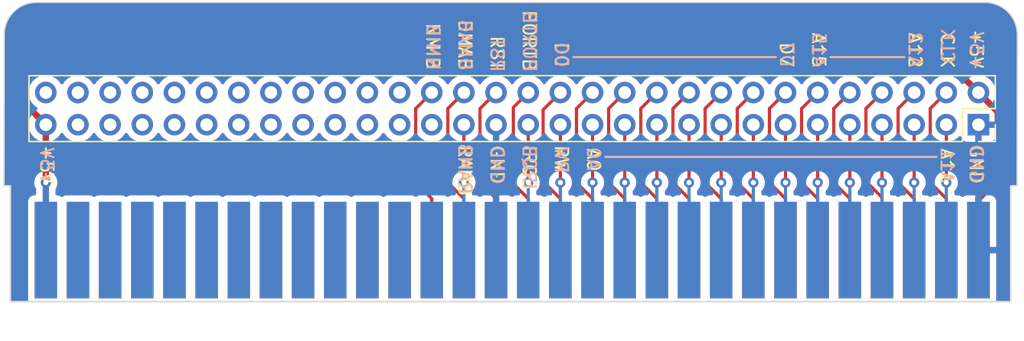
<source format=kicad_pcb>
(kicad_pcb (version 20221018) (generator pcbnew)
  (layers (0 "F.Cu" signal) (31 "B.Cu" signal) (34 "B.Paste" user) (35 "F.Paste" user) (36 "B.SilkS" user "B.Silkscreen") (37 "F.SilkS" user "F.Silkscreen") (38 "B.Mask" user) (39 "F.Mask" user) (44 "Edge.Cuts" user))
  (net 0 "")
  (net 1 "GND")
  (net 2 "+5V")
  (net 3 "/A13")
  (net 4 "/A8")
  (net 5 "/A9")
  (net 6 "/A11")
  (net 7 "/A10")
  (net 8 "/D7")
  (net 9 "/D6")
  (net 10 "/D5")
  (net 11 "/D4")
  (net 12 "/D3")
  (net 13 "/D2")
  (net 14 "/D1")
  (net 15 "/D0")
  (net 16 "/A0")
  (net 17 "/A1")
  (net 18 "/A2")
  (net 19 "/A3")
  (net 20 "/A4")
  (net 21 "/A5")
  (net 22 "/A6")
  (net 23 "/A7")
  (net 24 "/A12")
  (net 25 "/A14")
  (net 26 "/CLOCK")
  (net 27 "/A15")
  (net 28 "/RW")
  (net 29 "/IRQ3B")
  (net 30 "/PORT1CSB")
  (net 31 "/RESET")
  (net 32 "/RAMCSB")
  (net 33 "/DMAB")
  (net 35 "/NMIB")
  (footprint "NESConnector:NES_PCBEdge" (layer "F.Cu") (at 110.49 91.694)
    (fp_text reference "J2")
    (fp_text value "PORT1" hide)
    (fp_line (start -38.862 -5.08) (end -38.354 -5.08) (stroke (width 0.12)) (layer "Edge.Cuts"))
    (fp_line (start -38.354 -5.08) (end -38.354 4.064) (stroke (width 0.12)) (layer "Edge.Cuts"))
    (fp_line (start 40.64 -5.08) (end 41.148 -5.08) (stroke (width 0.12)) (layer "Edge.Cuts"))
    (fp_line (start 40.64 4.064) (end -38.354 4.064) (stroke (width 0.12)) (layer "Edge.Cuts"))
    (fp_line (start 40.64 4.064) (end 40.64 -5.08) (stroke (width 0.12)) (layer "Edge.Cuts"))
    (pad "1" connect rect (at 38.1 0) (size 1.78 7.62) (layers "B.Cu" "B.Mask") (net 1 "GND"))
    (pad "2" connect rect (at 38.1 0) (size 1.78 7.62) (layers "F.Cu" "F.Mask") (net 2 "+5V"))
    (pad "3" connect rect (at 35.56 0) (size 1.78 7.62) (layers "B.Cu" "B.Mask") (net 6 "/A11"))
    (pad "4" connect rect (at 35.56 0) (size 1.78 7.62) (layers "F.Cu" "F.Mask") (net 26 "/CLOCK"))
    (pad "5" connect rect (at 33.02 0) (size 1.78 7.62) (layers "B.Cu" "B.Mask") (net 7 "/A10"))
    (pad "6" connect rect (at 33.02 0) (size 1.78 7.62) (layers "F.Cu" "F.Mask") (net 24 "/A12"))
    (pad "7" connect rect (at 30.48 0) (size 1.78 7.62) (layers "B.Cu" "B.Mask") (net 5 "/A9"))
    (pad "8" connect rect (at 30.48 0) (size 1.78 7.62) (layers "F.Cu" "F.Mask") (net 3 "/A13"))
    (pad "9" connect rect (at 27.94 0) (size 1.78 7.62) (layers "B.Cu" "B.Mask") (net 4 "/A8"))
    (pad "10" connect rect (at 27.94 0) (size 1.78 7.62) (layers "F.Cu" "F.Mask") (net 25 "/A14"))
    (pad "11" connect rect (at 25.4 0) (size 1.78 7.62) (layers "B.Cu" "B.Mask") (net 23 "/A7"))
    (pad "12" connect rect (at 25.4 0) (size 1.78 7.62) (layers "F.Cu" "F.Mask") (net 27 "/A15"))
    (pad "13" connect rect (at 22.86 0) (size 1.78 7.62) (layers "B.Cu" "B.Mask") (net 22 "/A6"))
    (pad "14" connect rect (at 22.86 0) (size 1.78 7.62) (layers "F.Cu" "F.Mask") (net 8 "/D7"))
    (pad "15" connect rect (at 20.32 0) (size 1.78 7.62) (layers "B.Cu" "B.Mask") (net 21 "/A5"))
    (pad "16" connect rect (at 20.32 0) (size 1.78 7.62) (layers "F.Cu" "F.Mask") (net 9 "/D6"))
    (pad "17" connect rect (at 17.78 0) (size 1.78 7.62) (layers "B.Cu" "B.Mask") (net 20 "/A4"))
    (pad "18" connect rect (at 17.78 0) (size 1.78 7.62) (layers "F.Cu" "F.Mask") (net 10 "/D5"))
    (pad "19" connect rect (at 15.24 0) (size 1.78 7.62) (layers "B.Cu" "B.Mask") (net 19 "/A3"))
    (pad "20" connect rect (at 15.24 0) (size 1.78 7.62) (layers "F.Cu" "F.Mask") (net 11 "/D4"))
    (pad "21" connect rect (at 12.7 0) (size 1.78 7.62) (layers "B.Cu" "B.Mask") (net 18 "/A2"))
    (pad "22" connect rect (at 12.7 0) (size 1.78 7.62) (layers "F.Cu" "F.Mask") (net 12 "/D3"))
    (pad "23" connect rect (at 10.16 0) (size 1.78 7.62) (layers "B.Cu" "B.Mask") (net 17 "/A1"))
    (pad "24" connect rect (at 10.16 0) (size 1.78 7.62) (layers "F.Cu" "F.Mask") (net 13 "/D2"))
    (pad "25" connect rect (at 7.62 0) (size 1.78 7.62) (layers "B.Cu" "B.Mask") (net 16 "/A0"))
    (pad "26" connect rect (at 7.62 0) (size 1.78 7.62) (layers "F.Cu" "F.Mask") (net 14 "/D1"))
    (pad "27" connect rect (at 5.08 0) (size 1.78 7.62) (layers "B.Cu" "B.Mask") (net 28 "/RW"))
    (pad "28" connect rect (at 5.08 0) (size 1.78 7.62) (layers "F.Cu" "F.Mask") (net 15 "/D0"))
    (pad "29" connect rect (at 2.54 0) (size 1.78 7.62) (layers "B.Cu" "B.Mask") (net 29 "/IRQ3B"))
    (pad "30" connect rect (at 2.54 0) (size 1.78 7.62) (layers "F.Cu" "F.Mask") (net 30 "/PORT1CSB"))
    (pad "31" connect rect (at 0 0) (size 1.78 7.62) (layers "B.Cu" "B.Mask") (net 1 "GND"))
    (pad "32" connect rect (at 0 0) (size 1.78 7.62) (layers "F.Cu" "F.Mask") (net 31 "/RESET"))
    (pad "33" connect rect (at -2.54 0) (size 1.78 7.62) (layers "B.Cu" "B.Mask") (net 32 "/RAMCSB"))
    (pad "34" connect rect (at -2.54 0) (size 1.78 7.62) (layers "F.Cu" "F.Mask") (net 33 "/DMAB"))
    (pad "35" connect rect (at -5.08 0) (size 1.78 7.62) (layers "B.Cu" "B.Mask"))
    (pad "36" connect rect (at -5.08 0) (size 1.78 7.62) (layers "F.Cu" "F.Mask") (net 35 "/NMIB"))
    (pad "37" connect rect (at -7.62 0) (size 1.78 7.62) (layers "B.Cu" "B.Mask"))
    (pad "38" connect rect (at -7.62 0) (size 1.78 7.62) (layers "F.Cu" "F.Mask"))
    (pad "39" connect rect (at -10.16 0) (size 1.78 7.62) (layers "B.Cu" "B.Mask"))
    (pad "40" connect rect (at -10.16 0) (size 1.78 7.62) (layers "F.Cu" "F.Mask"))
    (pad "41" connect rect (at -12.7 0) (size 1.78 7.62) (layers "B.Cu" "B.Mask"))
    (pad "42" connect rect (at -12.7 0) (size 1.78 7.62) (layers "F.Cu" "F.Mask"))
    (pad "43" connect rect (at -15.24 0) (size 1.78 7.62) (layers "B.Cu" "B.Mask"))
    (pad "44" connect rect (at -15.24 0) (size 1.78 7.62) (layers "F.Cu" "F.Mask"))
    (pad "45" connect rect (at -17.78 0) (size 1.78 7.62) (layers "B.Cu" "B.Mask"))
    (pad "46" connect rect (at -17.78 0) (size 1.78 7.62) (layers "F.Cu" "F.Mask"))
    (pad "47" connect rect (at -20.32 0) (size 1.78 7.62) (layers "B.Cu" "B.Mask"))
    (pad "48" connect rect (at -20.32 0) (size 1.78 7.62) (layers "F.Cu" "F.Mask"))
    (pad "49" connect rect (at -22.86 0) (size 1.78 7.62) (layers "B.Cu" "B.Mask"))
    (pad "50" connect rect (at -22.86 0) (size 1.78 7.62) (layers "F.Cu" "F.Mask"))
    (pad "51" connect rect (at -25.4 0) (size 1.78 7.62) (layers "B.Cu" "B.Mask"))
    (pad "52" connect rect (at -25.4 0) (size 1.78 7.62) (layers "F.Cu" "F.Mask"))
    (pad "53" connect rect (at -27.94 0) (size 1.78 7.62) (layers "B.Cu" "B.Mask"))
    (pad "54" connect rect (at -27.94 0) (size 1.78 7.62) (layers "F.Cu" "F.Mask"))
    (pad "55" connect rect (at -30.48 0) (size 1.78 7.62) (layers "B.Cu" "B.Mask"))
    (pad "56" connect rect (at -30.48 0) (size 1.78 7.62) (layers "F.Cu" "F.Mask"))
    (pad "57" connect rect (at -33.02 0) (size 1.78 7.62) (layers "B.Cu" "B.Mask"))
    (pad "58" connect rect (at -33.02 0) (size 1.78 7.62) (layers "F.Cu" "F.Mask"))
    (pad "59" connect rect (at -35.56 0) (size 1.78 7.62) (layers "B.Cu" "B.Mask") (net 2 "+5V"))
    (pad "60" connect rect (at -35.56 0) (size 1.78 7.62) (layers "F.Cu" "F.Mask"))
  )
  (footprint "Connector_PinSocket_2.54mm:PinSocket_2x30_P2.54mm_Vertical" (layer "F.Cu") (at 148.59 81.788 -90)
    (fp_text reference "J1")
    (fp_text value "Conn_02x30_Odd_Even")
    (fp_line (start -3.87 -1.33) (end -3.87 74.99) (stroke (width 0.12)) (layer "F.SilkS"))
    (fp_line (start -3.87 -1.33) (end -1.27 -1.33) (stroke (width 0.12)) (layer "F.SilkS"))
    (fp_line (start -3.87 74.99) (end 1.33 74.99) (stroke (width 0.12)) (layer "F.SilkS"))
    (fp_line (start -1.27 -1.33) (end -1.27 1.27) (stroke (width 0.12)) (layer "F.SilkS"))
    (fp_line (start -1.27 1.27) (end 1.33 1.27) (stroke (width 0.12)) (layer "F.SilkS"))
    (fp_line (start 0 -1.33) (end 1.33 -1.33) (stroke (width 0.12)) (layer "F.SilkS"))
    (fp_line (start 1.33 -1.33) (end 1.33 0) (stroke (width 0.12)) (layer "F.SilkS"))
    (fp_line (start 1.33 1.27) (end 1.33 74.99) (stroke (width 0.12)) (layer "F.SilkS"))
    (pad "1" thru_hole rect (at 0 0 270) (size 1.7 1.7) (drill 1) (layers "*.Cu" "*.Mask") (net 1 "GND"))
    (pad "2" thru_hole oval (at -2.54 0 270) (size 1.7 1.7) (drill 1) (layers "*.Cu" "*.Mask") (net 2 "+5V"))
    (pad "3" thru_hole oval (at 0 2.54 270) (size 1.7 1.7) (drill 1) (layers "*.Cu" "*.Mask") (net 6 "/A11"))
    (pad "4" thru_hole oval (at -2.54 2.54 270) (size 1.7 1.7) (drill 1) (layers "*.Cu" "*.Mask") (net 26 "/CLOCK"))
    (pad "5" thru_hole oval (at 0 5.08 270) (size 1.7 1.7) (drill 1) (layers "*.Cu" "*.Mask") (net 7 "/A10"))
    (pad "6" thru_hole oval (at -2.54 5.08 270) (size 1.7 1.7) (drill 1) (layers "*.Cu" "*.Mask") (net 24 "/A12"))
    (pad "7" thru_hole oval (at 0 7.62 270) (size 1.7 1.7) (drill 1) (layers "*.Cu" "*.Mask") (net 5 "/A9"))
    (pad "8" thru_hole oval (at -2.54 7.62 270) (size 1.7 1.7) (drill 1) (layers "*.Cu" "*.Mask") (net 3 "/A13"))
    (pad "9" thru_hole oval (at 0 10.16 270) (size 1.7 1.7) (drill 1) (layers "*.Cu" "*.Mask") (net 4 "/A8"))
    (pad "10" thru_hole oval (at -2.54 10.16 270) (size 1.7 1.7) (drill 1) (layers "*.Cu" "*.Mask") (net 25 "/A14"))
    (pad "11" thru_hole oval (at 0 12.7 270) (size 1.7 1.7) (drill 1) (layers "*.Cu" "*.Mask") (net 23 "/A7"))
    (pad "12" thru_hole oval (at -2.54 12.7 270) (size 1.7 1.7) (drill 1) (layers "*.Cu" "*.Mask") (net 27 "/A15"))
    (pad "13" thru_hole oval (at 0 15.24 270) (size 1.7 1.7) (drill 1) (layers "*.Cu" "*.Mask") (net 22 "/A6"))
    (pad "14" thru_hole oval (at -2.54 15.24 270) (size 1.7 1.7) (drill 1) (layers "*.Cu" "*.Mask") (net 8 "/D7"))
    (pad "15" thru_hole oval (at 0 17.78 270) (size 1.7 1.7) (drill 1) (layers "*.Cu" "*.Mask") (net 21 "/A5"))
    (pad "16" thru_hole oval (at -2.54 17.78 270) (size 1.7 1.7) (drill 1) (layers "*.Cu" "*.Mask") (net 9 "/D6"))
    (pad "17" thru_hole oval (at 0 20.32 270) (size 1.7 1.7) (drill 1) (layers "*.Cu" "*.Mask") (net 20 "/A4"))
    (pad "18" thru_hole oval (at -2.54 20.32 270) (size 1.7 1.7) (drill 1) (layers "*.Cu" "*.Mask") (net 10 "/D5"))
    (pad "19" thru_hole oval (at 0 22.86 270) (size 1.7 1.7) (drill 1) (layers "*.Cu" "*.Mask") (net 19 "/A3"))
    (pad "20" thru_hole oval (at -2.54 22.86 270) (size 1.7 1.7) (drill 1) (layers "*.Cu" "*.Mask") (net 11 "/D4"))
    (pad "21" thru_hole oval (at 0 25.4 270) (size 1.7 1.7) (drill 1) (layers "*.Cu" "*.Mask") (net 18 "/A2"))
    (pad "22" thru_hole oval (at -2.54 25.4 270) (size 1.7 1.7) (drill 1) (layers "*.Cu" "*.Mask") (net 12 "/D3"))
    (pad "23" thru_hole oval (at 0 27.94 270) (size 1.7 1.7) (drill 1) (layers "*.Cu" "*.Mask") (net 17 "/A1"))
    (pad "24" thru_hole oval (at -2.54 27.94 270) (size 1.7 1.7) (drill 1) (layers "*.Cu" "*.Mask") (net 13 "/D2"))
    (pad "25" thru_hole oval (at 0 30.48 270) (size 1.7 1.7) (drill 1) (layers "*.Cu" "*.Mask") (net 16 "/A0"))
    (pad "26" thru_hole oval (at -2.54 30.48 270) (size 1.7 1.7) (drill 1) (layers "*.Cu" "*.Mask") (net 14 "/D1"))
    (pad "27" thru_hole oval (at 0 33.02 270) (size 1.7 1.7) (drill 1) (layers "*.Cu" "*.Mask") (net 28 "/RW"))
    (pad "28" thru_hole oval (at -2.54 33.02 270) (size 1.7 1.7) (drill 1) (layers "*.Cu" "*.Mask") (net 15 "/D0"))
    (pad "29" thru_hole oval (at 0 35.56 270) (size 1.7 1.7) (drill 1) (layers "*.Cu" "*.Mask") (net 29 "/IRQ3B"))
    (pad "30" thru_hole oval (at -2.54 35.56 270) (size 1.7 1.7) (drill 1) (layers "*.Cu" "*.Mask") (net 30 "/PORT1CSB"))
    (pad "31" thru_hole oval (at 0 38.1 270) (size 1.7 1.7) (drill 1) (layers "*.Cu" "*.Mask") (net 1 "GND"))
    (pad "32" thru_hole oval (at -2.54 38.1 270) (size 1.7 1.7) (drill 1) (layers "*.Cu" "*.Mask") (net 31 "/RESET"))
    (pad "33" thru_hole oval (at 0 40.64 270) (size 1.7 1.7) (drill 1) (layers "*.Cu" "*.Mask") (net 32 "/RAMCSB"))
    (pad "34" thru_hole oval (at -2.54 40.64 270) (size 1.7 1.7) (drill 1) (layers "*.Cu" "*.Mask") (net 33 "/DMAB"))
    (pad "35" thru_hole oval (at 0 43.18 270) (size 1.7 1.7) (drill 1) (layers "*.Cu" "*.Mask"))
    (pad "36" thru_hole oval (at -2.54 43.18 270) (size 1.7 1.7) (drill 1) (layers "*.Cu" "*.Mask") (net 35 "/NMIB"))
    (pad "37" thru_hole oval (at 0 45.72 270) (size 1.7 1.7) (drill 1) (layers "*.Cu" "*.Mask"))
    (pad "38" thru_hole oval (at -2.54 45.72 270) (size 1.7 1.7) (drill 1) (layers "*.Cu" "*.Mask"))
    (pad "39" thru_hole oval (at 0 48.26 270) (size 1.7 1.7) (drill 1) (layers "*.Cu" "*.Mask"))
    (pad "40" thru_hole oval (at -2.54 48.26 270) (size 1.7 1.7) (drill 1) (layers "*.Cu" "*.Mask"))
    (pad "41" thru_hole oval (at 0 50.8 270) (size 1.7 1.7) (drill 1) (layers "*.Cu" "*.Mask"))
    (pad "42" thru_hole oval (at -2.54 50.8 270) (size 1.7 1.7) (drill 1) (layers "*.Cu" "*.Mask"))
    (pad "43" thru_hole oval (at 0 53.34 270) (size 1.7 1.7) (drill 1) (layers "*.Cu" "*.Mask"))
    (pad "44" thru_hole oval (at -2.54 53.34 270) (size 1.7 1.7) (drill 1) (layers "*.Cu" "*.Mask"))
    (pad "45" thru_hole oval (at 0 55.88 270) (size 1.7 1.7) (drill 1) (layers "*.Cu" "*.Mask"))
    (pad "46" thru_hole oval (at -2.54 55.88 270) (size 1.7 1.7) (drill 1) (layers "*.Cu" "*.Mask"))
    (pad "47" thru_hole oval (at 0 58.42 270) (size 1.7 1.7) (drill 1) (layers "*.Cu" "*.Mask"))
    (pad "48" thru_hole oval (at -2.54 58.42 270) (size 1.7 1.7) (drill 1) (layers "*.Cu" "*.Mask"))
    (pad "49" thru_hole oval (at 0 60.96 270) (size 1.7 1.7) (drill 1) (layers "*.Cu" "*.Mask"))
    (pad "50" thru_hole oval (at -2.54 60.96 270) (size 1.7 1.7) (drill 1) (layers "*.Cu" "*.Mask"))
    (pad "51" thru_hole oval (at 0 63.5 270) (size 1.7 1.7) (drill 1) (layers "*.Cu" "*.Mask"))
    (pad "52" thru_hole oval (at -2.54 63.5 270) (size 1.7 1.7) (drill 1) (layers "*.Cu" "*.Mask"))
    (pad "53" thru_hole oval (at 0 66.04 270) (size 1.7 1.7) (drill 1) (layers "*.Cu" "*.Mask"))
    (pad "54" thru_hole oval (at -2.54 66.04 270) (size 1.7 1.7) (drill 1) (layers "*.Cu" "*.Mask"))
    (pad "55" thru_hole oval (at 0 68.58 270) (size 1.7 1.7) (drill 1) (layers "*.Cu" "*.Mask"))
    (pad "56" thru_hole oval (at -2.54 68.58 270) (size 1.7 1.7) (drill 1) (layers "*.Cu" "*.Mask"))
    (pad "57" thru_hole oval (at 0 71.12 270) (size 1.7 1.7) (drill 1) (layers "*.Cu" "*.Mask"))
    (pad "58" thru_hole oval (at -2.54 71.12 270) (size 1.7 1.7) (drill 1) (layers "*.Cu" "*.Mask"))
    (pad "59" thru_hole oval (at 0 73.66 270) (size 1.7 1.7) (drill 1) (layers "*.Cu" "*.Mask") (net 2 "+5V"))
    (pad "60" thru_hole oval (at -2.54 73.66 270) (size 1.7 1.7) (drill 1) (layers "*.Cu" "*.Mask"))
  )
  (gr_line (start 116.586 76.454) (end 132.588 76.454) (stroke (width 0.15)) (layer "B.SilkS"))
  (gr_line (start 136.906 76.454) (end 142.748 76.454) (stroke (width 0.15)) (layer "B.SilkS"))
  (gr_line (start 145.288 84.328) (end 119.126 84.328) (stroke (width 0.15)) (layer "B.SilkS"))
  (gr_line (start 142.748 76.454) (end 136.906 76.454) (stroke (width 0.15)) (layer "F.SilkS"))
  (gr_line (start 132.588 76.454) (end 116.586 76.454) (stroke (width 0.15)) (layer "F.SilkS"))
  (gr_line (start 119.126 84.328) (end 145.288 84.328) (stroke (width 0.15)) (layer "F.SilkS"))
  (gr_line (start 151.638 86.614) (end 151.656051 74.676) (stroke (width 0.1)) (layer "Edge.Cuts"))
  (gr_arc (start 71.646051 74.676) (mid 72.389999 72.879948) (end 74.186051 72.136) (stroke (width 0.1)) (layer "Edge.Cuts"))
  (gr_line (start 149.116051 72.136) (end 74.186051 72.136) (stroke (width 0.1)) (layer "Edge.Cuts"))
  (gr_arc (start 149.116051 72.136) (mid 150.912145 72.879905) (end 151.656051 74.676) (stroke (width 0.1)) (layer "Edge.Cuts"))
  (gr_line (start 71.646051 74.676) (end 71.628 86.614) (stroke (width 0.1)) (layer "Edge.Cuts"))
  (gr_text "IRQB" (at 112.522 86.995 -90) (layer "B.SilkS") (effects (font (size 1 1)) (justify left bottom mirror)))
  (gr_text "CLK" (at 145.564 77.089 -90) (layer "B.SilkS") (effects (font (size 1 1)) (justify left bottom mirror)))
  (gr_text "NMIB" (at 104.924 77.597 -90) (layer "B.SilkS") (effects (font (size 1 1)) (justify left bottom mirror)))
  (gr_text "PORTB" (at 112.544 77.724 -90) (layer "B.SilkS") (effects (font (size 1 1)) (justify left bottom mirror)))
  (gr_text "D7" (at 132.864 77.343 -90) (layer "B.SilkS") (effects (font (size 1 1)) (justify left bottom mirror)))
  (gr_text "D0" (at 115.062 77.343 -90) (layer "B.SilkS") (effects (font (size 1 1)) (justify left bottom mirror)))
  (gr_text "+5V" (at 74.422 86.741 -90) (layer "B.SilkS") (effects (font (size 1 1)) (justify left bottom mirror)))
  (gr_text "DMAB" (at 107.464 77.597 -90) (layer "B.SilkS") (effects (font (size 1 1)) (justify left bottom mirror)))
  (gr_text "RW" (at 115.062 85.725 -90) (layer "B.SilkS") (effects (font (size 1 1)) (justify left bottom mirror)))
  (gr_text "GND" (at 147.828 86.487 -90) (layer "B.SilkS") (effects (font (size 1 1)) (justify left bottom mirror)))
  (gr_text "GND" (at 109.982 86.614 -90) (layer "B.SilkS") (effects (font (size 1 1)) (justify left bottom mirror)))
  (gr_text "A11" (at 145.542 86.487 -90) (layer "B.SilkS") (effects (font (size 1 1)) (justify left bottom mirror)))
  (gr_text "A0" (at 117.602 85.471 -90) (layer "B.SilkS") (effects (font (size 1 1)) (justify left bottom mirror)))
  (gr_text "RAMB" (at 107.442 87.376 -90) (layer "B.SilkS") (effects (font (size 1 1)) (justify left bottom mirror)))
  (gr_text "A12" (at 143.002 77.343 -90) (layer "B.SilkS") (effects (font (size 1 1)) (justify left bottom mirror)))
  (gr_text "A15" (at 135.404 77.343 -90) (layer "B.SilkS") (effects (font (size 1 1)) (justify left bottom mirror)))
  (gr_text "RST" (at 109.982 77.724 -90) (layer "B.SilkS") (effects (font (size 1 1)) (justify left bottom mirror)))
  (gr_text "+5V" (at 147.85 77.597 -90) (layer "B.SilkS") (effects (font (size 1 1)) (justify left bottom mirror)))
  (gr_text "A11" (at 145.542 83.566 -90) (layer "F.SilkS") (effects (font (size 1 1)) (justify left bottom)))
  (gr_text "RW" (at 115.062 83.312 -90) (layer "F.SilkS") (effects (font (size 1 1)) (justify left bottom)))
  (gr_text "GND" (at 147.828 83.312 -90) (layer "F.SilkS") (effects (font (size 1 1)) (justify left bottom)))
  (gr_text "RAMB" (at 107.442 83.312 -90) (layer "F.SilkS") (effects (font (size 1 1)) (justify left bottom)))
  (gr_text "GND" (at 109.982 83.312 -90) (layer "F.SilkS") (effects (font (size 1 1)) (justify left bottom)))
  (gr_text "NMIB" (at 104.902 73.66 -90) (layer "F.SilkS") (effects (font (size 1 1)) (justify left bottom)))
  (gr_text "DMAB" (at 107.442 73.406 -90) (layer "F.SilkS") (effects (font (size 1 1)) (justify left bottom)))
  (gr_text "IRQB" (at 112.522 83.312 -90) (layer "F.SilkS") (effects (font (size 1 1)) (justify left bottom)))
  (gr_text "A12" (at 143.002 74.422 -90) (layer "F.SilkS") (effects (font (size 1 1)) (justify left bottom)))
  (gr_text "A0" (at 117.602 83.566 -90) (layer "F.SilkS") (effects (font (size 1 1)) (justify left bottom)))
  (gr_text "D7" (at 132.842 75.184 -90) (layer "F.SilkS") (effects (font (size 1 1)) (justify left bottom)))
  (gr_text "CLK" (at 145.542 74.422 -90) (layer "F.SilkS") (effects (font (size 1 1)) (justify left bottom)))
  (gr_text "+5V" (at 74.422 83.312 -90) (layer "F.SilkS") (effects (font (size 1 1)) (justify left bottom)))
  (gr_text "PORTB" (at 112.522 72.644 -90) (layer "F.SilkS") (effects (font (size 1 1)) (justify left bottom)))
  (gr_text "RST" (at 109.982 74.676 -90) (layer "F.SilkS") (effects (font (size 1 1)) (justify left bottom)))
  (gr_text "D0" (at 115.062 75.184 -90) (layer "F.SilkS") (effects (font (size 1 1)) (justify left bottom)))
  (gr_text "A15" (at 135.382 74.422 -90) (layer "F.SilkS") (effects (font (size 1 1)) (justify left bottom)))
  (gr_text "+5V" (at 147.828 74.168 -90) (layer "F.SilkS") (effects (font (size 1 1)) (justify left bottom)))
  (segment (start 150.114 86.106) (end 148.59 87.63) (width 0.5) (layer "F.Cu") (net 2))
  (segment (start 74.168 77.47) (end 73.406 78.232) (width 0.5) (layer "F.Cu") (net 2))
  (segment (start 73.406 78.232) (end 73.406 80.264) (width 0.5) (layer "F.Cu") (net 2))
  (segment (start 148.59 79.248) (end 150.114 80.772) (width 0.5) (layer "F.Cu") (net 2))
  (segment (start 150.114 80.772) (end 150.114 86.106) (width 0.5) (layer "F.Cu") (net 2))
  (segment (start 146.812 77.47) (end 74.168 77.47) (width 0.5) (layer "F.Cu") (net 2))
  (segment (start 148.59 87.63) (end 148.59 91.694) (width 0.5) (layer "F.Cu") (net 2))
  (segment (start 74.93 86.36) (end 74.93 81.788) (width 0.5) (layer "F.Cu") (net 2))
  (segment (start 148.59 79.248) (end 146.812 77.47) (width 0.5) (layer "F.Cu") (net 2))
  (segment (start 73.406 80.264) (end 74.93 81.788) (width 0.5) (layer "F.Cu") (net 2))
  (via (at 74.93 86.36) (size 0.8) (drill 0.4) (layers "F.Cu" "B.Cu") (net 2))
  (segment (start 74.93 91.694) (end 74.93 86.36) (width 0.5) (layer "B.Cu") (net 2))
  (segment (start 139.7 86.265) (end 139.7 80.518) (width 0.25) (layer "F.Cu") (net 3))
  (segment (start 140.97 87.535) (end 140.97 91.694) (width 0.25) (layer "F.Cu") (net 3))
  (segment (start 139.7 86.265) (end 140.97 87.535) (width 0.25) (layer "F.Cu") (net 3))
  (segment (start 139.7 80.518) (end 140.97 79.248) (width 0.25) (layer "F.Cu") (net 3))
  (segment (start 138.43 86.36) (end 138.43 81.788) (width 0.25) (layer "F.Cu") (net 4))
  (via (at 138.43 86.36) (size 0.8) (drill 0.4) (layers "F.Cu" "B.Cu") (net 4))
  (segment (start 138.43 91.694) (end 138.43 86.36) (width 0.25) (layer "B.Cu") (net 4))
  (segment (start 140.97 86.36) (end 140.97 81.788) (width 0.25) (layer "F.Cu") (net 5))
  (via (at 140.97 86.36) (size 0.8) (drill 0.4) (layers "F.Cu" "B.Cu") (net 5))
  (segment (start 140.97 91.694) (end 140.97 86.36) (width 0.25) (layer "B.Cu") (net 5))
  (segment (start 146.05 86.36) (end 146.05 81.788) (width 0.25) (layer "F.Cu") (net 6))
  (via (at 146.05 86.36) (size 0.8) (drill 0.4) (layers "F.Cu" "B.Cu") (net 6))
  (segment (start 146.05 91.694) (end 146.05 86.36) (width 0.25) (layer "B.Cu") (net 6))
  (segment (start 143.51 86.36) (end 143.51 81.788) (width 0.25) (layer "F.Cu") (net 7))
  (via (at 143.51 86.36) (size 0.8) (drill 0.4) (layers "F.Cu" "B.Cu") (net 7))
  (segment (start 143.51 91.694) (end 143.51 86.36) (width 0.25) (layer "B.Cu") (net 7))
  (segment (start 132.08 80.518) (end 132.08 86.36) (width 0.25) (layer "F.Cu") (net 8))
  (segment (start 133.35 79.248) (end 132.08 80.518) (width 0.25) (layer "F.Cu") (net 8))
  (segment (start 132.08 86.36) (end 133.35 87.63) (width 0.25) (layer "F.Cu") (net 8))
  (segment (start 133.35 87.63) (end 133.35 91.694) (width 0.25) (layer "F.Cu") (net 8))
  (segment (start 129.54 86.36) (end 130.81 87.63) (width 0.25) (layer "F.Cu") (net 9))
  (segment (start 129.54 80.518) (end 129.54 86.36) (width 0.25) (layer "F.Cu") (net 9))
  (segment (start 130.81 79.248) (end 129.54 80.518) (width 0.25) (layer "F.Cu") (net 9))
  (segment (start 130.81 87.63) (end 130.81 91.694) (width 0.25) (layer "F.Cu") (net 9))
  (segment (start 128.27 79.248) (end 127 80.518) (width 0.25) (layer "F.Cu") (net 10))
  (segment (start 128.27 87.63) (end 128.27 91.694) (width 0.25) (layer "F.Cu") (net 10))
  (segment (start 127 80.518) (end 127 86.36) (width 0.25) (layer "F.Cu") (net 10))
  (segment (start 127 86.36) (end 128.27 87.63) (width 0.25) (layer "F.Cu") (net 10))
  (segment (start 125.73 87.63) (end 125.73 91.694) (width 0.25) (layer "F.Cu") (net 11))
  (segment (start 124.46 80.518) (end 124.46 86.36) (width 0.25) (layer "F.Cu") (net 11))
  (segment (start 124.46 86.36) (end 125.73 87.63) (width 0.25) (layer "F.Cu") (net 11))
  (segment (start 125.73 79.248) (end 124.46 80.518) (width 0.25) (layer "F.Cu") (net 11))
  (segment (start 121.92 80.518) (end 121.92 86.36) (width 0.25) (layer "F.Cu") (net 12))
  (segment (start 121.92 86.36) (end 123.19 87.63) (width 0.25) (layer "F.Cu") (net 12))
  (segment (start 123.19 79.248) (end 121.92 80.518) (width 0.25) (layer "F.Cu") (net 12))
  (segment (start 123.19 87.63) (end 123.19 91.694) (width 0.25) (layer "F.Cu") (net 12))
  (segment (start 120.65 79.248) (end 119.38 80.518) (width 0.25) (layer "F.Cu") (net 13))
  (segment (start 119.38 80.518) (end 119.38 86.36) (width 0.25) (layer "F.Cu") (net 13))
  (segment (start 120.65 87.63) (end 120.65 91.694) (width 0.25) (layer "F.Cu") (net 13))
  (segment (start 119.38 86.36) (end 120.65 87.63) (width 0.25) (layer "F.Cu") (net 13))
  (segment (start 118.11 79.248) (end 116.84 80.518) (width 0.25) (layer "F.Cu") (net 14))
  (segment (start 116.84 86.36) (end 118.11 87.63) (width 0.25) (layer "F.Cu") (net 14))
  (segment (start 116.84 80.518) (end 116.84 86.36) (width 0.25) (layer "F.Cu") (net 14))
  (segment (start 118.11 87.63) (end 118.11 91.694) (width 0.25) (layer "F.Cu") (net 14))
  (segment (start 114.205 86.265) (end 115.57 87.63) (width 0.25) (layer "F.Cu") (net 15))
  (segment (start 114.205 80.613) (end 114.205 86.265) (width 0.25) (layer "F.Cu") (net 15))
  (segment (start 115.57 79.248) (end 114.205 80.613) (width 0.25) (layer "F.Cu") (net 15))
  (segment (start 115.57 87.63) (end 115.57 91.694) (width 0.25) (layer "F.Cu") (net 15))
  (segment (start 118.11 86.36) (end 118.11 81.788) (width 0.25) (layer "F.Cu") (net 16))
  (via (at 118.11 86.36) (size 0.8) (drill 0.4) (layers "F.Cu" "B.Cu") (net 16))
  (segment (start 118.11 91.694) (end 118.11 86.36) (width 0.25) (layer "B.Cu") (net 16))
  (segment (start 120.65 86.36) (end 120.65 81.788) (width 0.25) (layer "F.Cu") (net 17))
  (via (at 120.65 86.36) (size 0.8) (drill 0.4) (layers "F.Cu" "B.Cu") (net 17))
  (segment (start 120.65 91.694) (end 120.65 86.36) (width 0.25) (layer "B.Cu") (net 17))
  (segment (start 123.19 86.36) (end 123.19 81.788) (width 0.25) (layer "F.Cu") (net 18))
  (via (at 123.19 86.36) (size 0.8) (drill 0.4) (layers "F.Cu" "B.Cu") (net 18))
  (segment (start 123.19 91.694) (end 123.19 86.36) (width 0.25) (layer "B.Cu") (net 18))
  (segment (start 125.73 86.36) (end 125.73 81.788) (width 0.25) (layer "F.Cu") (net 19))
  (via (at 125.73 86.36) (size 0.8) (drill 0.4) (layers "F.Cu" "B.Cu") (net 19))
  (segment (start 125.73 91.694) (end 125.73 86.36) (width 0.25) (layer "B.Cu") (net 19))
  (segment (start 128.27 86.36) (end 128.27 81.788) (width 0.25) (layer "F.Cu") (net 20))
  (via (at 128.27 86.36) (size 0.8) (drill 0.4) (layers "F.Cu" "B.Cu") (net 20))
  (segment (start 128.27 91.694) (end 128.27 86.36) (width 0.25) (layer "B.Cu") (net 20))
  (segment (start 130.81 86.36) (end 130.81 81.788) (width 0.25) (layer "F.Cu") (net 21))
  (via (at 130.81 86.36) (size 0.8) (drill 0.4) (layers "F.Cu" "B.Cu") (net 21))
  (segment (start 130.81 91.694) (end 130.81 86.36) (width 0.25) (layer "B.Cu") (net 21))
  (segment (start 133.35 86.36) (end 133.35 81.788) (width 0.25) (layer "F.Cu") (net 22))
  (via (at 133.35 86.36) (size 0.8) (drill 0.4) (layers "F.Cu" "B.Cu") (net 22))
  (segment (start 133.35 91.694) (end 133.35 86.36) (width 0.25) (layer "B.Cu") (net 22))
  (segment (start 135.89 86.36) (end 135.89 81.788) (width 0.25) (layer "F.Cu") (net 23))
  (via (at 135.89 86.36) (size 0.8) (drill 0.4) (layers "F.Cu" "B.Cu") (net 23))
  (segment (start 135.89 91.694) (end 135.89 86.36) (width 0.25) (layer "B.Cu") (net 23))
  (segment (start 142.24 86.36) (end 143.51 87.63) (width 0.25) (layer "F.Cu") (net 24))
  (segment (start 142.24 80.518) (end 142.24 86.36) (width 0.25) (layer "F.Cu") (net 24))
  (segment (start 143.51 87.63) (end 143.51 91.694) (width 0.25) (layer "F.Cu") (net 24))
  (segment (start 143.51 79.248) (end 142.24 80.518) (width 0.25) (layer "F.Cu") (net 24))
  (segment (start 138.43 79.248) (end 137.16 80.518) (width 0.25) (layer "F.Cu") (net 25))
  (segment (start 138.43 87.63) (end 138.43 91.694) (width 0.25) (layer "F.Cu") (net 25))
  (segment (start 137.16 86.36) (end 138.43 87.63) (width 0.25) (layer "F.Cu") (net 25))
  (segment (start 137.16 80.518) (end 137.16 86.36) (width 0.25) (layer "F.Cu") (net 25))
  (segment (start 146.05 87.63) (end 146.05 91.694) (width 0.25) (layer "F.Cu") (net 26))
  (segment (start 144.78 80.518) (end 144.78 86.36) (width 0.25) (layer "F.Cu") (net 26))
  (segment (start 144.78 86.36) (end 146.05 87.63) (width 0.25) (layer "F.Cu") (net 26))
  (segment (start 146.05 79.248) (end 144.78 80.518) (width 0.25) (layer "F.Cu") (net 26))
  (segment (start 134.62 86.36) (end 135.89 87.63) (width 0.25) (layer "F.Cu") (net 27))
  (segment (start 135.89 79.248) (end 134.62 80.518) (width 0.25) (layer "F.Cu") (net 27))
  (segment (start 135.89 87.63) (end 135.89 91.694) (width 0.25) (layer "F.Cu") (net 27))
  (segment (start 134.62 80.518) (end 134.62 86.36) (width 0.25) (layer "F.Cu") (net 27))
  (segment (start 115.57 86.36) (end 115.57 81.788) (width 0.25) (layer "F.Cu") (net 28))
  (via (at 115.57 86.36) (size 0.8) (drill 0.4) (layers "F.Cu" "B.Cu") (net 28))
  (segment (start 115.57 91.694) (end 115.57 86.36) (width 0.25) (layer "B.Cu") (net 28))
  (segment (start 113.03 86.36) (end 113.03 81.788) (width 0.25) (layer "F.Cu") (net 29))
  (via (at 113.03 86.36) (size 0.8) (drill 0.4) (layers "F.Cu" "B.Cu") (net 29))
  (segment (start 113.03 91.694) (end 113.03 86.36) (width 0.25) (layer "B.Cu") (net 29))
  (segment (start 111.855 80.423) (end 111.855 86.455) (width 0.25) (layer "F.Cu") (net 30))
  (segment (start 113.03 79.248) (end 111.855 80.423) (width 0.25) (layer "F.Cu") (net 30))
  (segment (start 111.855 86.455) (end 113.03 87.63) (width 0.25) (layer "F.Cu") (net 30))
  (segment (start 113.03 87.63) (end 113.03 91.694) (width 0.25) (layer "F.Cu") (net 30))
  (segment (start 109.22 86.36) (end 110.49 87.63) (width 0.25) (layer "F.Cu") (net 31))
  (segment (start 109.22 80.518) (end 109.22 86.36) (width 0.25) (layer "F.Cu") (net 31))
  (segment (start 110.49 79.248) (end 109.22 80.518) (width 0.25) (layer "F.Cu") (net 31))
  (segment (start 110.49 87.63) (end 110.49 91.694) (width 0.25) (layer "F.Cu") (net 31))
  (segment (start 107.95 86.36) (end 107.95 81.788) (width 0.25) (layer "F.Cu") (net 32))
  (via (at 107.95 86.36) (size 0.8) (drill 0.4) (layers "F.Cu" "B.Cu") (net 32))
  (segment (start 107.95 91.694) (end 107.95 86.36) (width 0.25) (layer "B.Cu") (net 32))
  (segment (start 106.68 86.36) (end 107.95 87.63) (width 0.25) (layer "F.Cu") (net 33))
  (segment (start 107.95 79.248) (end 106.68 80.518) (width 0.25) (layer "F.Cu") (net 33))
  (segment (start 106.68 80.518) (end 106.68 86.36) (width 0.25) (layer "F.Cu") (net 33))
  (segment (start 107.95 87.63) (end 107.95 91.694) (width 0.25) (layer "F.Cu") (net 33))
  (segment (start 104.14 86.36) (end 105.41 87.63) (width 0.25) (layer "F.Cu") (net 35))
  (segment (start 105.41 87.63) (end 105.41 91.694) (width 0.25) (layer "F.Cu") (net 35))
  (segment (start 104.14 80.518) (end 104.14 86.36) (width 0.25) (layer "F.Cu") (net 35))
  (segment (start 105.41 79.248) (end 104.14 80.518) (width 0.25) (layer "F.Cu") (net 35))
  (zone (net 1) (net_name "GND") (layer "B.Cu") (connect_pads (clearance 0.508)) (min_thickness 0.254) (fill yes (thermal_gap 0.508) (thermal_bridge_width 0.508))
    (polygon (pts (xy 71.628 96.012) (xy 71.628 72.136) (xy 151.638 72.136) (xy 151.638 96.012)))
  )
)
</source>
